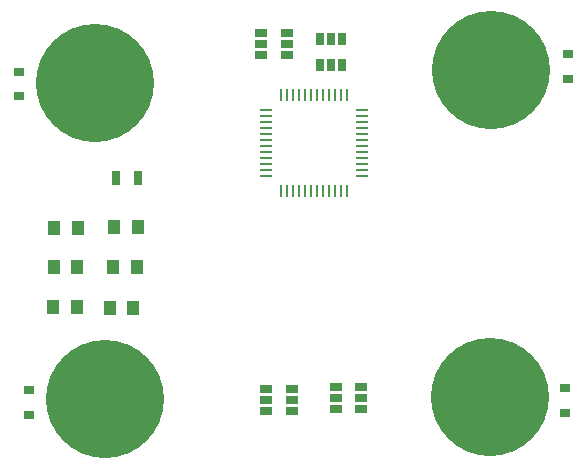
<source format=gbp>
G04 #@! TF.GenerationSoftware,KiCad,Pcbnew,5.1.6-c6e7f7d~87~ubuntu18.04.1*
G04 #@! TF.CreationDate,2020-10-14T05:15:15+05:30*
G04 #@! TF.ProjectId,FrontEnd_4S,46726f6e-7445-46e6-945f-34532e6b6963,rev?*
G04 #@! TF.SameCoordinates,Original*
G04 #@! TF.FileFunction,Paste,Bot*
G04 #@! TF.FilePolarity,Positive*
%FSLAX46Y46*%
G04 Gerber Fmt 4.6, Leading zero omitted, Abs format (unit mm)*
G04 Created by KiCad (PCBNEW 5.1.6-c6e7f7d~87~ubuntu18.04.1) date 2020-10-14 05:15:15*
%MOMM*%
%LPD*%
G01*
G04 APERTURE LIST*
%ADD10R,1.000000X0.230000*%
%ADD11R,0.230000X1.000000*%
%ADD12R,0.700000X1.300000*%
%ADD13R,0.900000X0.800000*%
%ADD14C,10.000000*%
%ADD15R,1.000000X1.250000*%
%ADD16R,1.060000X0.650000*%
%ADD17R,0.650000X1.060000*%
G04 APERTURE END LIST*
D10*
X116299000Y-84836000D03*
D11*
X117569000Y-78486000D03*
X118077000Y-78486000D03*
X118585000Y-78486000D03*
X119093000Y-78486000D03*
X119601000Y-78486000D03*
X120109000Y-78486000D03*
X120617000Y-78486000D03*
X121125000Y-78486000D03*
X121633000Y-78486000D03*
X122141000Y-78486000D03*
X122649000Y-78486000D03*
X123157000Y-78486000D03*
D10*
X124427000Y-79756000D03*
X124427000Y-80264000D03*
X124427000Y-81280000D03*
X124427000Y-81788000D03*
X124427000Y-82296000D03*
X124427000Y-82804000D03*
X124427000Y-83312000D03*
X124427000Y-83820000D03*
X124427000Y-84328000D03*
X124427000Y-84836000D03*
X124427000Y-85344000D03*
D11*
X122649000Y-86614000D03*
X122141000Y-86614000D03*
X121633000Y-86614000D03*
X121125000Y-86614000D03*
X120617000Y-86614000D03*
X120109000Y-86614000D03*
X119601000Y-86614000D03*
X119093000Y-86614000D03*
X118585000Y-86614000D03*
X118077000Y-86614000D03*
X117569000Y-86614000D03*
D10*
X116299000Y-85344000D03*
X116299000Y-84328000D03*
X116299000Y-83820000D03*
X116299000Y-83312000D03*
X116299000Y-82804000D03*
X116299000Y-82296000D03*
X116299000Y-81788000D03*
X116299000Y-81280000D03*
X116299000Y-80772000D03*
X116299000Y-80264000D03*
X116299000Y-79756000D03*
D11*
X123157000Y-86614000D03*
D10*
X124427000Y-80772000D03*
D12*
X103607000Y-85473500D03*
X105507000Y-85473500D03*
D13*
X141681000Y-103303000D03*
X141681000Y-105403000D03*
X141910000Y-74964600D03*
X141910000Y-77064600D03*
X96271100Y-105515000D03*
X96271100Y-103415000D03*
X95453200Y-76468200D03*
X95453200Y-78568200D03*
D14*
X101885000Y-77459800D03*
X135385000Y-76321900D03*
X102690000Y-104173000D03*
X135280000Y-104018000D03*
D15*
X105121000Y-96512400D03*
X103121000Y-96512400D03*
X100380000Y-93043000D03*
X98380000Y-93043000D03*
X98420700Y-89715000D03*
X100420700Y-89715000D03*
X100347000Y-96423500D03*
X98347000Y-96423500D03*
X103394000Y-93024600D03*
X105394000Y-93024600D03*
X105498000Y-89608600D03*
X103498000Y-89608600D03*
D16*
X118092000Y-73185000D03*
X118092000Y-74135000D03*
X118092000Y-75085000D03*
X115892000Y-75085000D03*
X115892000Y-73185000D03*
X115892000Y-74135000D03*
D17*
X121859000Y-75885200D03*
X120909000Y-75885200D03*
X122809000Y-75885200D03*
X122809000Y-73685200D03*
X121859000Y-73685200D03*
X120909000Y-73685200D03*
D16*
X124425000Y-103182000D03*
X124425000Y-104132000D03*
X124425000Y-105082000D03*
X122225000Y-105082000D03*
X122225000Y-103182000D03*
X122225000Y-104132000D03*
X118572000Y-104270000D03*
X118572000Y-105220000D03*
X118572000Y-103320000D03*
X116372000Y-103320000D03*
X116372000Y-104270000D03*
X116372000Y-105220000D03*
M02*

</source>
